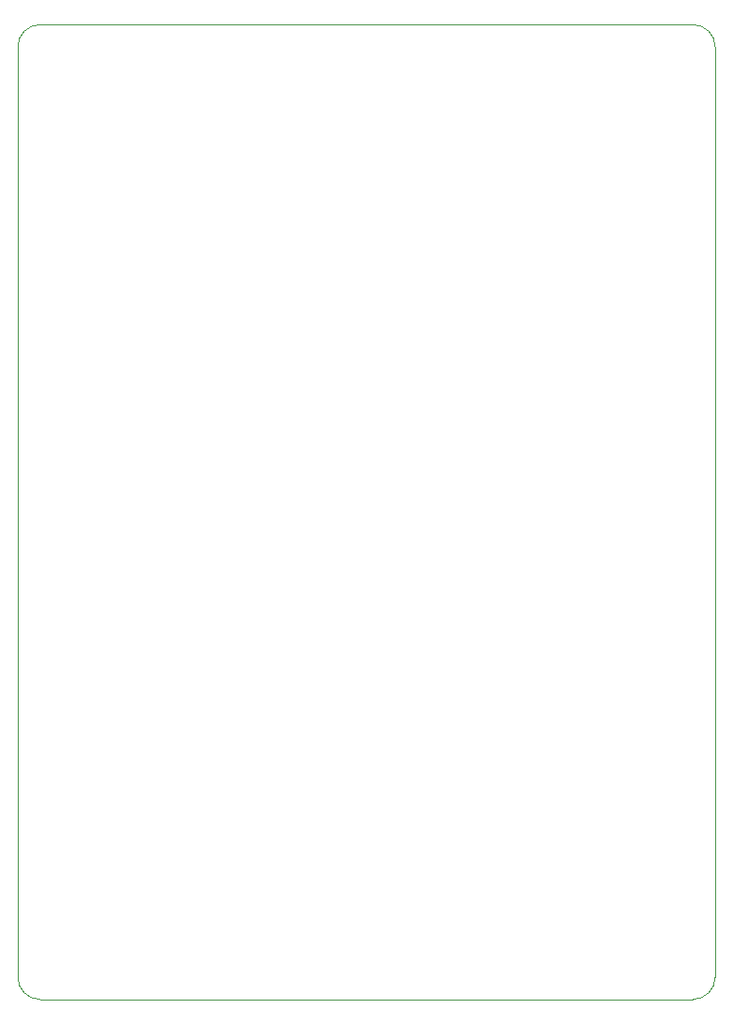
<source format=gbr>
%TF.GenerationSoftware,KiCad,Pcbnew,8.0.5*%
%TF.CreationDate,2025-05-24T22:38:20-04:00*%
%TF.ProjectId,tcg_counter,7463675f-636f-4756-9e74-65722e6b6963,1*%
%TF.SameCoordinates,Original*%
%TF.FileFunction,Profile,NP*%
%FSLAX46Y46*%
G04 Gerber Fmt 4.6, Leading zero omitted, Abs format (unit mm)*
G04 Created by KiCad (PCBNEW 8.0.5) date 2025-05-24 22:38:20*
%MOMM*%
%LPD*%
G01*
G04 APERTURE LIST*
%TA.AperFunction,Profile*%
%ADD10C,0.050000*%
%TD*%
G04 APERTURE END LIST*
D10*
X173000000Y-131000000D02*
G75*
G02*
X171000000Y-133000000I-2000000J0D01*
G01*
X110000000Y-47000000D02*
G75*
G02*
X112000000Y-45000000I2000000J0D01*
G01*
X110000000Y-131000000D02*
X110000000Y-47000000D01*
X112000000Y-133000000D02*
G75*
G02*
X110000000Y-131000000I0J2000000D01*
G01*
X171000000Y-45000000D02*
G75*
G02*
X173000000Y-47000000I0J-2000000D01*
G01*
X171000000Y-133000000D02*
X112000000Y-133000000D01*
X173000000Y-47000000D02*
X173000000Y-131000000D01*
X112000000Y-45000000D02*
X171000000Y-45000000D01*
M02*

</source>
